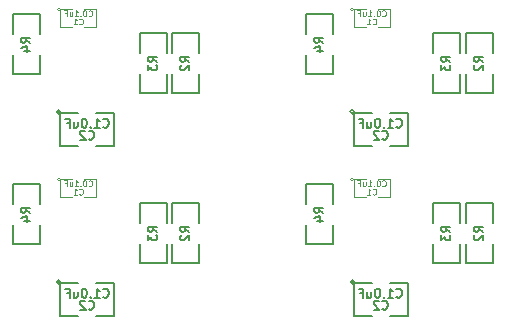
<source format=gbo>
G04 (created by PCBNEW (2013-may-18)-stable) date Сб 10 янв 2015 17:31:14*
%MOIN*%
G04 Gerber Fmt 3.4, Leading zero omitted, Abs format*
%FSLAX34Y34*%
G01*
G70*
G90*
G04 APERTURE LIST*
%ADD10C,0.00590551*%
%ADD11C,0.005*%
%ADD12C,0.0039*%
%ADD13C,0.0043*%
G04 APERTURE END LIST*
G54D10*
G54D11*
X3698Y-8342D02*
X2798Y-8342D01*
X2798Y-8342D02*
X2798Y-7692D01*
X3698Y-6992D02*
X3698Y-6342D01*
X3698Y-6342D02*
X2798Y-6342D01*
X2798Y-6342D02*
X2798Y-6992D01*
X3698Y-7692D02*
X3698Y-8342D01*
G54D12*
X4380Y-6176D02*
G75*
G03X4380Y-6176I-50J0D01*
G74*
G01*
X4780Y-6176D02*
X4380Y-6176D01*
X4380Y-6176D02*
X4380Y-6776D01*
X4380Y-6776D02*
X4780Y-6776D01*
X5180Y-6776D02*
X5580Y-6776D01*
X5580Y-6776D02*
X5580Y-6176D01*
X5580Y-6176D02*
X5180Y-6176D01*
G54D11*
X7030Y-6972D02*
X7930Y-6972D01*
X7930Y-6972D02*
X7930Y-7622D01*
X7030Y-8322D02*
X7030Y-8972D01*
X7030Y-8972D02*
X7930Y-8972D01*
X7930Y-8972D02*
X7930Y-8322D01*
X7030Y-7622D02*
X7030Y-6972D01*
X9012Y-8972D02*
X8112Y-8972D01*
X8112Y-8972D02*
X8112Y-8322D01*
X9012Y-7622D02*
X9012Y-6972D01*
X9012Y-6972D02*
X8112Y-6972D01*
X8112Y-6972D02*
X8112Y-7622D01*
X9012Y-8322D02*
X9012Y-8972D01*
X4396Y-9596D02*
G75*
G03X4396Y-9596I-70J0D01*
G74*
G01*
X4975Y-10746D02*
X4375Y-10746D01*
X4375Y-10746D02*
X4375Y-9646D01*
X4375Y-9646D02*
X4975Y-9646D01*
X5575Y-9646D02*
X6175Y-9646D01*
X6175Y-9646D02*
X6175Y-10746D01*
X6175Y-10746D02*
X5575Y-10746D01*
X14179Y-9596D02*
G75*
G03X14179Y-9596I-70J0D01*
G74*
G01*
X14759Y-10746D02*
X14159Y-10746D01*
X14159Y-10746D02*
X14159Y-9646D01*
X14159Y-9646D02*
X14759Y-9646D01*
X15359Y-9646D02*
X15959Y-9646D01*
X15959Y-9646D02*
X15959Y-10746D01*
X15959Y-10746D02*
X15359Y-10746D01*
X18796Y-8972D02*
X17896Y-8972D01*
X17896Y-8972D02*
X17896Y-8322D01*
X18796Y-7622D02*
X18796Y-6972D01*
X18796Y-6972D02*
X17896Y-6972D01*
X17896Y-6972D02*
X17896Y-7622D01*
X18796Y-8322D02*
X18796Y-8972D01*
X16813Y-6972D02*
X17713Y-6972D01*
X17713Y-6972D02*
X17713Y-7622D01*
X16813Y-8322D02*
X16813Y-8972D01*
X16813Y-8972D02*
X17713Y-8972D01*
X17713Y-8972D02*
X17713Y-8322D01*
X16813Y-7622D02*
X16813Y-6972D01*
G54D12*
X14163Y-6176D02*
G75*
G03X14163Y-6176I-50J0D01*
G74*
G01*
X14563Y-6176D02*
X14163Y-6176D01*
X14163Y-6176D02*
X14163Y-6776D01*
X14163Y-6776D02*
X14563Y-6776D01*
X14963Y-6776D02*
X15363Y-6776D01*
X15363Y-6776D02*
X15363Y-6176D01*
X15363Y-6176D02*
X14963Y-6176D01*
G54D11*
X13481Y-8342D02*
X12581Y-8342D01*
X12581Y-8342D02*
X12581Y-7692D01*
X13481Y-6992D02*
X13481Y-6342D01*
X13481Y-6342D02*
X12581Y-6342D01*
X12581Y-6342D02*
X12581Y-6992D01*
X13481Y-7692D02*
X13481Y-8342D01*
X13481Y-2673D02*
X12581Y-2673D01*
X12581Y-2673D02*
X12581Y-2023D01*
X13481Y-1323D02*
X13481Y-673D01*
X13481Y-673D02*
X12581Y-673D01*
X12581Y-673D02*
X12581Y-1323D01*
X13481Y-2023D02*
X13481Y-2673D01*
G54D12*
X14163Y-507D02*
G75*
G03X14163Y-507I-50J0D01*
G74*
G01*
X14563Y-507D02*
X14163Y-507D01*
X14163Y-507D02*
X14163Y-1107D01*
X14163Y-1107D02*
X14563Y-1107D01*
X14963Y-1107D02*
X15363Y-1107D01*
X15363Y-1107D02*
X15363Y-507D01*
X15363Y-507D02*
X14963Y-507D01*
G54D11*
X16813Y-1303D02*
X17713Y-1303D01*
X17713Y-1303D02*
X17713Y-1953D01*
X16813Y-2653D02*
X16813Y-3303D01*
X16813Y-3303D02*
X17713Y-3303D01*
X17713Y-3303D02*
X17713Y-2653D01*
X16813Y-1953D02*
X16813Y-1303D01*
X18796Y-3303D02*
X17896Y-3303D01*
X17896Y-3303D02*
X17896Y-2653D01*
X18796Y-1953D02*
X18796Y-1303D01*
X18796Y-1303D02*
X17896Y-1303D01*
X17896Y-1303D02*
X17896Y-1953D01*
X18796Y-2653D02*
X18796Y-3303D01*
X14179Y-3927D02*
G75*
G03X14179Y-3927I-70J0D01*
G74*
G01*
X14759Y-5077D02*
X14159Y-5077D01*
X14159Y-5077D02*
X14159Y-3977D01*
X14159Y-3977D02*
X14759Y-3977D01*
X15359Y-3977D02*
X15959Y-3977D01*
X15959Y-3977D02*
X15959Y-5077D01*
X15959Y-5077D02*
X15359Y-5077D01*
X4396Y-3927D02*
G75*
G03X4396Y-3927I-70J0D01*
G74*
G01*
X4975Y-5077D02*
X4375Y-5077D01*
X4375Y-5077D02*
X4375Y-3977D01*
X4375Y-3977D02*
X4975Y-3977D01*
X5575Y-3977D02*
X6175Y-3977D01*
X6175Y-3977D02*
X6175Y-5077D01*
X6175Y-5077D02*
X5575Y-5077D01*
X9012Y-3303D02*
X8112Y-3303D01*
X8112Y-3303D02*
X8112Y-2653D01*
X9012Y-1953D02*
X9012Y-1303D01*
X9012Y-1303D02*
X8112Y-1303D01*
X8112Y-1303D02*
X8112Y-1953D01*
X9012Y-2653D02*
X9012Y-3303D01*
X7030Y-1303D02*
X7930Y-1303D01*
X7930Y-1303D02*
X7930Y-1953D01*
X7030Y-2653D02*
X7030Y-3303D01*
X7030Y-3303D02*
X7930Y-3303D01*
X7930Y-3303D02*
X7930Y-2653D01*
X7030Y-1953D02*
X7030Y-1303D01*
G54D12*
X4380Y-507D02*
G75*
G03X4380Y-507I-50J0D01*
G74*
G01*
X4780Y-507D02*
X4380Y-507D01*
X4380Y-507D02*
X4380Y-1107D01*
X4380Y-1107D02*
X4780Y-1107D01*
X5180Y-1107D02*
X5580Y-1107D01*
X5580Y-1107D02*
X5580Y-507D01*
X5580Y-507D02*
X5180Y-507D01*
G54D11*
X3698Y-2673D02*
X2798Y-2673D01*
X2798Y-2673D02*
X2798Y-2023D01*
X3698Y-1323D02*
X3698Y-673D01*
X3698Y-673D02*
X2798Y-673D01*
X2798Y-673D02*
X2798Y-1323D01*
X3698Y-2023D02*
X3698Y-2673D01*
X3369Y-7292D02*
X3226Y-7192D01*
X3369Y-7121D02*
X3069Y-7121D01*
X3069Y-7235D01*
X3083Y-7263D01*
X3098Y-7278D01*
X3126Y-7292D01*
X3169Y-7292D01*
X3198Y-7278D01*
X3212Y-7263D01*
X3226Y-7235D01*
X3226Y-7121D01*
X3169Y-7549D02*
X3369Y-7549D01*
X3055Y-7478D02*
X3269Y-7406D01*
X3269Y-7592D01*
G54D13*
X5013Y-6662D02*
X5022Y-6671D01*
X5050Y-6681D01*
X5069Y-6681D01*
X5097Y-6671D01*
X5116Y-6652D01*
X5125Y-6634D01*
X5135Y-6596D01*
X5135Y-6568D01*
X5125Y-6531D01*
X5116Y-6512D01*
X5097Y-6493D01*
X5069Y-6484D01*
X5050Y-6484D01*
X5022Y-6493D01*
X5013Y-6502D01*
X4825Y-6681D02*
X4938Y-6681D01*
X4881Y-6681D02*
X4881Y-6484D01*
X4900Y-6512D01*
X4919Y-6531D01*
X4938Y-6540D01*
X5327Y-6387D02*
X5336Y-6396D01*
X5364Y-6406D01*
X5383Y-6406D01*
X5411Y-6396D01*
X5430Y-6377D01*
X5439Y-6359D01*
X5449Y-6321D01*
X5449Y-6293D01*
X5439Y-6256D01*
X5430Y-6237D01*
X5411Y-6218D01*
X5383Y-6209D01*
X5364Y-6209D01*
X5336Y-6218D01*
X5327Y-6227D01*
X5205Y-6209D02*
X5186Y-6209D01*
X5167Y-6218D01*
X5158Y-6227D01*
X5149Y-6246D01*
X5139Y-6284D01*
X5139Y-6331D01*
X5149Y-6368D01*
X5158Y-6387D01*
X5167Y-6396D01*
X5186Y-6406D01*
X5205Y-6406D01*
X5224Y-6396D01*
X5233Y-6387D01*
X5242Y-6368D01*
X5252Y-6331D01*
X5252Y-6284D01*
X5242Y-6246D01*
X5233Y-6227D01*
X5224Y-6218D01*
X5205Y-6209D01*
X5055Y-6387D02*
X5045Y-6396D01*
X5055Y-6406D01*
X5064Y-6396D01*
X5055Y-6387D01*
X5055Y-6406D01*
X4858Y-6406D02*
X4970Y-6406D01*
X4914Y-6406D02*
X4914Y-6209D01*
X4933Y-6237D01*
X4952Y-6256D01*
X4970Y-6265D01*
X4689Y-6274D02*
X4689Y-6406D01*
X4773Y-6274D02*
X4773Y-6377D01*
X4764Y-6396D01*
X4745Y-6406D01*
X4717Y-6406D01*
X4698Y-6396D01*
X4689Y-6387D01*
X4530Y-6302D02*
X4595Y-6302D01*
X4595Y-6406D02*
X4595Y-6209D01*
X4501Y-6209D01*
G54D11*
X7601Y-7922D02*
X7458Y-7822D01*
X7601Y-7751D02*
X7301Y-7751D01*
X7301Y-7865D01*
X7316Y-7893D01*
X7330Y-7908D01*
X7358Y-7922D01*
X7401Y-7922D01*
X7430Y-7908D01*
X7444Y-7893D01*
X7458Y-7865D01*
X7458Y-7751D01*
X7301Y-8022D02*
X7301Y-8208D01*
X7416Y-8108D01*
X7416Y-8151D01*
X7430Y-8179D01*
X7444Y-8193D01*
X7473Y-8208D01*
X7544Y-8208D01*
X7573Y-8193D01*
X7587Y-8179D01*
X7601Y-8151D01*
X7601Y-8065D01*
X7587Y-8036D01*
X7573Y-8022D01*
X8684Y-7922D02*
X8541Y-7822D01*
X8684Y-7751D02*
X8384Y-7751D01*
X8384Y-7865D01*
X8398Y-7893D01*
X8412Y-7908D01*
X8441Y-7922D01*
X8484Y-7922D01*
X8512Y-7908D01*
X8527Y-7893D01*
X8541Y-7865D01*
X8541Y-7751D01*
X8412Y-8036D02*
X8398Y-8051D01*
X8384Y-8079D01*
X8384Y-8151D01*
X8398Y-8179D01*
X8412Y-8193D01*
X8441Y-8208D01*
X8470Y-8208D01*
X8512Y-8193D01*
X8684Y-8022D01*
X8684Y-8208D01*
X5325Y-10489D02*
X5339Y-10503D01*
X5382Y-10518D01*
X5411Y-10518D01*
X5454Y-10503D01*
X5482Y-10475D01*
X5497Y-10446D01*
X5511Y-10389D01*
X5511Y-10346D01*
X5497Y-10289D01*
X5482Y-10261D01*
X5454Y-10232D01*
X5411Y-10218D01*
X5382Y-10218D01*
X5339Y-10232D01*
X5325Y-10246D01*
X5211Y-10246D02*
X5197Y-10232D01*
X5168Y-10218D01*
X5097Y-10218D01*
X5068Y-10232D01*
X5054Y-10246D01*
X5039Y-10275D01*
X5039Y-10303D01*
X5054Y-10346D01*
X5225Y-10518D01*
X5039Y-10518D01*
X5804Y-10089D02*
X5818Y-10103D01*
X5861Y-10118D01*
X5889Y-10118D01*
X5932Y-10103D01*
X5961Y-10075D01*
X5975Y-10046D01*
X5989Y-9989D01*
X5989Y-9946D01*
X5975Y-9889D01*
X5961Y-9861D01*
X5932Y-9832D01*
X5889Y-9818D01*
X5861Y-9818D01*
X5818Y-9832D01*
X5804Y-9846D01*
X5518Y-10118D02*
X5689Y-10118D01*
X5604Y-10118D02*
X5604Y-9818D01*
X5632Y-9861D01*
X5661Y-9889D01*
X5689Y-9903D01*
X5389Y-10089D02*
X5375Y-10103D01*
X5389Y-10118D01*
X5404Y-10103D01*
X5389Y-10089D01*
X5389Y-10118D01*
X5189Y-9818D02*
X5161Y-9818D01*
X5132Y-9832D01*
X5118Y-9846D01*
X5104Y-9875D01*
X5089Y-9932D01*
X5089Y-10003D01*
X5104Y-10061D01*
X5118Y-10089D01*
X5132Y-10103D01*
X5161Y-10118D01*
X5189Y-10118D01*
X5218Y-10103D01*
X5232Y-10089D01*
X5247Y-10061D01*
X5261Y-10003D01*
X5261Y-9932D01*
X5247Y-9875D01*
X5232Y-9846D01*
X5218Y-9832D01*
X5189Y-9818D01*
X4832Y-9918D02*
X4832Y-10118D01*
X4961Y-9918D02*
X4961Y-10075D01*
X4947Y-10103D01*
X4918Y-10118D01*
X4875Y-10118D01*
X4847Y-10103D01*
X4832Y-10089D01*
X4589Y-9961D02*
X4689Y-9961D01*
X4689Y-10118D02*
X4689Y-9818D01*
X4547Y-9818D01*
X15109Y-10489D02*
X15123Y-10503D01*
X15166Y-10518D01*
X15194Y-10518D01*
X15237Y-10503D01*
X15266Y-10475D01*
X15280Y-10446D01*
X15294Y-10389D01*
X15294Y-10346D01*
X15280Y-10289D01*
X15266Y-10261D01*
X15237Y-10232D01*
X15194Y-10218D01*
X15166Y-10218D01*
X15123Y-10232D01*
X15109Y-10246D01*
X14994Y-10246D02*
X14980Y-10232D01*
X14951Y-10218D01*
X14880Y-10218D01*
X14851Y-10232D01*
X14837Y-10246D01*
X14823Y-10275D01*
X14823Y-10303D01*
X14837Y-10346D01*
X15009Y-10518D01*
X14823Y-10518D01*
X15587Y-10089D02*
X15601Y-10103D01*
X15644Y-10118D01*
X15673Y-10118D01*
X15716Y-10103D01*
X15744Y-10075D01*
X15759Y-10046D01*
X15773Y-9989D01*
X15773Y-9946D01*
X15759Y-9889D01*
X15744Y-9861D01*
X15716Y-9832D01*
X15673Y-9818D01*
X15644Y-9818D01*
X15601Y-9832D01*
X15587Y-9846D01*
X15301Y-10118D02*
X15473Y-10118D01*
X15387Y-10118D02*
X15387Y-9818D01*
X15416Y-9861D01*
X15444Y-9889D01*
X15473Y-9903D01*
X15173Y-10089D02*
X15159Y-10103D01*
X15173Y-10118D01*
X15187Y-10103D01*
X15173Y-10089D01*
X15173Y-10118D01*
X14973Y-9818D02*
X14944Y-9818D01*
X14916Y-9832D01*
X14901Y-9846D01*
X14887Y-9875D01*
X14873Y-9932D01*
X14873Y-10003D01*
X14887Y-10061D01*
X14901Y-10089D01*
X14916Y-10103D01*
X14944Y-10118D01*
X14973Y-10118D01*
X15001Y-10103D01*
X15016Y-10089D01*
X15030Y-10061D01*
X15044Y-10003D01*
X15044Y-9932D01*
X15030Y-9875D01*
X15016Y-9846D01*
X15001Y-9832D01*
X14973Y-9818D01*
X14616Y-9918D02*
X14616Y-10118D01*
X14744Y-9918D02*
X14744Y-10075D01*
X14730Y-10103D01*
X14701Y-10118D01*
X14659Y-10118D01*
X14630Y-10103D01*
X14616Y-10089D01*
X14373Y-9961D02*
X14473Y-9961D01*
X14473Y-10118D02*
X14473Y-9818D01*
X14330Y-9818D01*
X18467Y-7922D02*
X18325Y-7822D01*
X18467Y-7751D02*
X18167Y-7751D01*
X18167Y-7865D01*
X18182Y-7893D01*
X18196Y-7908D01*
X18225Y-7922D01*
X18267Y-7922D01*
X18296Y-7908D01*
X18310Y-7893D01*
X18325Y-7865D01*
X18325Y-7751D01*
X18196Y-8036D02*
X18182Y-8051D01*
X18167Y-8079D01*
X18167Y-8151D01*
X18182Y-8179D01*
X18196Y-8193D01*
X18225Y-8208D01*
X18253Y-8208D01*
X18296Y-8193D01*
X18467Y-8022D01*
X18467Y-8208D01*
X17385Y-7922D02*
X17242Y-7822D01*
X17385Y-7751D02*
X17085Y-7751D01*
X17085Y-7865D01*
X17099Y-7893D01*
X17113Y-7908D01*
X17142Y-7922D01*
X17185Y-7922D01*
X17213Y-7908D01*
X17228Y-7893D01*
X17242Y-7865D01*
X17242Y-7751D01*
X17085Y-8022D02*
X17085Y-8208D01*
X17199Y-8108D01*
X17199Y-8151D01*
X17213Y-8179D01*
X17228Y-8193D01*
X17256Y-8208D01*
X17328Y-8208D01*
X17356Y-8193D01*
X17370Y-8179D01*
X17385Y-8151D01*
X17385Y-8065D01*
X17370Y-8036D01*
X17356Y-8022D01*
G54D13*
X14796Y-6662D02*
X14805Y-6671D01*
X14834Y-6681D01*
X14852Y-6681D01*
X14881Y-6671D01*
X14899Y-6652D01*
X14909Y-6634D01*
X14918Y-6596D01*
X14918Y-6568D01*
X14909Y-6531D01*
X14899Y-6512D01*
X14881Y-6493D01*
X14852Y-6484D01*
X14834Y-6484D01*
X14805Y-6493D01*
X14796Y-6502D01*
X14608Y-6681D02*
X14721Y-6681D01*
X14665Y-6681D02*
X14665Y-6484D01*
X14684Y-6512D01*
X14702Y-6531D01*
X14721Y-6540D01*
X15110Y-6387D02*
X15120Y-6396D01*
X15148Y-6406D01*
X15167Y-6406D01*
X15195Y-6396D01*
X15214Y-6377D01*
X15223Y-6359D01*
X15232Y-6321D01*
X15232Y-6293D01*
X15223Y-6256D01*
X15214Y-6237D01*
X15195Y-6218D01*
X15167Y-6209D01*
X15148Y-6209D01*
X15120Y-6218D01*
X15110Y-6227D01*
X14988Y-6209D02*
X14970Y-6209D01*
X14951Y-6218D01*
X14942Y-6227D01*
X14932Y-6246D01*
X14923Y-6284D01*
X14923Y-6331D01*
X14932Y-6368D01*
X14942Y-6387D01*
X14951Y-6396D01*
X14970Y-6406D01*
X14988Y-6406D01*
X15007Y-6396D01*
X15017Y-6387D01*
X15026Y-6368D01*
X15035Y-6331D01*
X15035Y-6284D01*
X15026Y-6246D01*
X15017Y-6227D01*
X15007Y-6218D01*
X14988Y-6209D01*
X14838Y-6387D02*
X14829Y-6396D01*
X14838Y-6406D01*
X14848Y-6396D01*
X14838Y-6387D01*
X14838Y-6406D01*
X14641Y-6406D02*
X14754Y-6406D01*
X14698Y-6406D02*
X14698Y-6209D01*
X14716Y-6237D01*
X14735Y-6256D01*
X14754Y-6265D01*
X14472Y-6274D02*
X14472Y-6406D01*
X14557Y-6274D02*
X14557Y-6377D01*
X14548Y-6396D01*
X14529Y-6406D01*
X14501Y-6406D01*
X14482Y-6396D01*
X14472Y-6387D01*
X14313Y-6302D02*
X14379Y-6302D01*
X14379Y-6406D02*
X14379Y-6209D01*
X14285Y-6209D01*
G54D11*
X13152Y-7292D02*
X13010Y-7192D01*
X13152Y-7121D02*
X12852Y-7121D01*
X12852Y-7235D01*
X12867Y-7263D01*
X12881Y-7278D01*
X12910Y-7292D01*
X12952Y-7292D01*
X12981Y-7278D01*
X12995Y-7263D01*
X13010Y-7235D01*
X13010Y-7121D01*
X12952Y-7549D02*
X13152Y-7549D01*
X12838Y-7478D02*
X13052Y-7406D01*
X13052Y-7592D01*
X13152Y-1623D02*
X13010Y-1523D01*
X13152Y-1451D02*
X12852Y-1451D01*
X12852Y-1566D01*
X12867Y-1594D01*
X12881Y-1608D01*
X12910Y-1623D01*
X12952Y-1623D01*
X12981Y-1608D01*
X12995Y-1594D01*
X13010Y-1566D01*
X13010Y-1451D01*
X12952Y-1880D02*
X13152Y-1880D01*
X12838Y-1808D02*
X13052Y-1737D01*
X13052Y-1923D01*
G54D13*
X14796Y-993D02*
X14805Y-1002D01*
X14834Y-1011D01*
X14852Y-1011D01*
X14881Y-1002D01*
X14899Y-983D01*
X14909Y-964D01*
X14918Y-927D01*
X14918Y-899D01*
X14909Y-861D01*
X14899Y-842D01*
X14881Y-824D01*
X14852Y-814D01*
X14834Y-814D01*
X14805Y-824D01*
X14796Y-833D01*
X14608Y-1011D02*
X14721Y-1011D01*
X14665Y-1011D02*
X14665Y-814D01*
X14684Y-842D01*
X14702Y-861D01*
X14721Y-871D01*
X15110Y-718D02*
X15120Y-727D01*
X15148Y-736D01*
X15167Y-736D01*
X15195Y-727D01*
X15214Y-708D01*
X15223Y-689D01*
X15232Y-652D01*
X15232Y-624D01*
X15223Y-586D01*
X15214Y-567D01*
X15195Y-549D01*
X15167Y-539D01*
X15148Y-539D01*
X15120Y-549D01*
X15110Y-558D01*
X14988Y-539D02*
X14970Y-539D01*
X14951Y-549D01*
X14942Y-558D01*
X14932Y-577D01*
X14923Y-614D01*
X14923Y-661D01*
X14932Y-699D01*
X14942Y-718D01*
X14951Y-727D01*
X14970Y-736D01*
X14988Y-736D01*
X15007Y-727D01*
X15017Y-718D01*
X15026Y-699D01*
X15035Y-661D01*
X15035Y-614D01*
X15026Y-577D01*
X15017Y-558D01*
X15007Y-549D01*
X14988Y-539D01*
X14838Y-718D02*
X14829Y-727D01*
X14838Y-736D01*
X14848Y-727D01*
X14838Y-718D01*
X14838Y-736D01*
X14641Y-736D02*
X14754Y-736D01*
X14698Y-736D02*
X14698Y-539D01*
X14716Y-567D01*
X14735Y-586D01*
X14754Y-596D01*
X14472Y-605D02*
X14472Y-736D01*
X14557Y-605D02*
X14557Y-708D01*
X14548Y-727D01*
X14529Y-736D01*
X14501Y-736D01*
X14482Y-727D01*
X14472Y-718D01*
X14313Y-633D02*
X14379Y-633D01*
X14379Y-736D02*
X14379Y-539D01*
X14285Y-539D01*
G54D11*
X17385Y-2253D02*
X17242Y-2153D01*
X17385Y-2081D02*
X17085Y-2081D01*
X17085Y-2196D01*
X17099Y-2224D01*
X17113Y-2238D01*
X17142Y-2253D01*
X17185Y-2253D01*
X17213Y-2238D01*
X17228Y-2224D01*
X17242Y-2196D01*
X17242Y-2081D01*
X17085Y-2353D02*
X17085Y-2538D01*
X17199Y-2438D01*
X17199Y-2481D01*
X17213Y-2510D01*
X17228Y-2524D01*
X17256Y-2538D01*
X17328Y-2538D01*
X17356Y-2524D01*
X17370Y-2510D01*
X17385Y-2481D01*
X17385Y-2396D01*
X17370Y-2367D01*
X17356Y-2353D01*
X18467Y-2253D02*
X18325Y-2153D01*
X18467Y-2081D02*
X18167Y-2081D01*
X18167Y-2196D01*
X18182Y-2224D01*
X18196Y-2238D01*
X18225Y-2253D01*
X18267Y-2253D01*
X18296Y-2238D01*
X18310Y-2224D01*
X18325Y-2196D01*
X18325Y-2081D01*
X18196Y-2367D02*
X18182Y-2381D01*
X18167Y-2410D01*
X18167Y-2481D01*
X18182Y-2510D01*
X18196Y-2524D01*
X18225Y-2538D01*
X18253Y-2538D01*
X18296Y-2524D01*
X18467Y-2353D01*
X18467Y-2538D01*
X15109Y-4820D02*
X15123Y-4834D01*
X15166Y-4848D01*
X15194Y-4848D01*
X15237Y-4834D01*
X15266Y-4806D01*
X15280Y-4777D01*
X15294Y-4720D01*
X15294Y-4677D01*
X15280Y-4620D01*
X15266Y-4591D01*
X15237Y-4563D01*
X15194Y-4548D01*
X15166Y-4548D01*
X15123Y-4563D01*
X15109Y-4577D01*
X14994Y-4577D02*
X14980Y-4563D01*
X14951Y-4548D01*
X14880Y-4548D01*
X14851Y-4563D01*
X14837Y-4577D01*
X14823Y-4606D01*
X14823Y-4634D01*
X14837Y-4677D01*
X15009Y-4848D01*
X14823Y-4848D01*
X15587Y-4420D02*
X15601Y-4434D01*
X15644Y-4448D01*
X15673Y-4448D01*
X15716Y-4434D01*
X15744Y-4406D01*
X15759Y-4377D01*
X15773Y-4320D01*
X15773Y-4277D01*
X15759Y-4220D01*
X15744Y-4191D01*
X15716Y-4163D01*
X15673Y-4148D01*
X15644Y-4148D01*
X15601Y-4163D01*
X15587Y-4177D01*
X15301Y-4448D02*
X15473Y-4448D01*
X15387Y-4448D02*
X15387Y-4148D01*
X15416Y-4191D01*
X15444Y-4220D01*
X15473Y-4234D01*
X15173Y-4420D02*
X15159Y-4434D01*
X15173Y-4448D01*
X15187Y-4434D01*
X15173Y-4420D01*
X15173Y-4448D01*
X14973Y-4148D02*
X14944Y-4148D01*
X14916Y-4163D01*
X14901Y-4177D01*
X14887Y-4206D01*
X14873Y-4263D01*
X14873Y-4334D01*
X14887Y-4391D01*
X14901Y-4420D01*
X14916Y-4434D01*
X14944Y-4448D01*
X14973Y-4448D01*
X15001Y-4434D01*
X15016Y-4420D01*
X15030Y-4391D01*
X15044Y-4334D01*
X15044Y-4263D01*
X15030Y-4206D01*
X15016Y-4177D01*
X15001Y-4163D01*
X14973Y-4148D01*
X14616Y-4248D02*
X14616Y-4448D01*
X14744Y-4248D02*
X14744Y-4406D01*
X14730Y-4434D01*
X14701Y-4448D01*
X14659Y-4448D01*
X14630Y-4434D01*
X14616Y-4420D01*
X14373Y-4291D02*
X14473Y-4291D01*
X14473Y-4448D02*
X14473Y-4148D01*
X14330Y-4148D01*
X5325Y-4820D02*
X5339Y-4834D01*
X5382Y-4848D01*
X5411Y-4848D01*
X5454Y-4834D01*
X5482Y-4806D01*
X5497Y-4777D01*
X5511Y-4720D01*
X5511Y-4677D01*
X5497Y-4620D01*
X5482Y-4591D01*
X5454Y-4563D01*
X5411Y-4548D01*
X5382Y-4548D01*
X5339Y-4563D01*
X5325Y-4577D01*
X5211Y-4577D02*
X5197Y-4563D01*
X5168Y-4548D01*
X5097Y-4548D01*
X5068Y-4563D01*
X5054Y-4577D01*
X5039Y-4606D01*
X5039Y-4634D01*
X5054Y-4677D01*
X5225Y-4848D01*
X5039Y-4848D01*
X5804Y-4420D02*
X5818Y-4434D01*
X5861Y-4448D01*
X5889Y-4448D01*
X5932Y-4434D01*
X5961Y-4406D01*
X5975Y-4377D01*
X5989Y-4320D01*
X5989Y-4277D01*
X5975Y-4220D01*
X5961Y-4191D01*
X5932Y-4163D01*
X5889Y-4148D01*
X5861Y-4148D01*
X5818Y-4163D01*
X5804Y-4177D01*
X5518Y-4448D02*
X5689Y-4448D01*
X5604Y-4448D02*
X5604Y-4148D01*
X5632Y-4191D01*
X5661Y-4220D01*
X5689Y-4234D01*
X5389Y-4420D02*
X5375Y-4434D01*
X5389Y-4448D01*
X5404Y-4434D01*
X5389Y-4420D01*
X5389Y-4448D01*
X5189Y-4148D02*
X5161Y-4148D01*
X5132Y-4163D01*
X5118Y-4177D01*
X5104Y-4206D01*
X5089Y-4263D01*
X5089Y-4334D01*
X5104Y-4391D01*
X5118Y-4420D01*
X5132Y-4434D01*
X5161Y-4448D01*
X5189Y-4448D01*
X5218Y-4434D01*
X5232Y-4420D01*
X5247Y-4391D01*
X5261Y-4334D01*
X5261Y-4263D01*
X5247Y-4206D01*
X5232Y-4177D01*
X5218Y-4163D01*
X5189Y-4148D01*
X4832Y-4248D02*
X4832Y-4448D01*
X4961Y-4248D02*
X4961Y-4406D01*
X4947Y-4434D01*
X4918Y-4448D01*
X4875Y-4448D01*
X4847Y-4434D01*
X4832Y-4420D01*
X4589Y-4291D02*
X4689Y-4291D01*
X4689Y-4448D02*
X4689Y-4148D01*
X4547Y-4148D01*
X8684Y-2253D02*
X8541Y-2153D01*
X8684Y-2081D02*
X8384Y-2081D01*
X8384Y-2196D01*
X8398Y-2224D01*
X8412Y-2238D01*
X8441Y-2253D01*
X8484Y-2253D01*
X8512Y-2238D01*
X8527Y-2224D01*
X8541Y-2196D01*
X8541Y-2081D01*
X8412Y-2367D02*
X8398Y-2381D01*
X8384Y-2410D01*
X8384Y-2481D01*
X8398Y-2510D01*
X8412Y-2524D01*
X8441Y-2538D01*
X8470Y-2538D01*
X8512Y-2524D01*
X8684Y-2353D01*
X8684Y-2538D01*
X7601Y-2253D02*
X7458Y-2153D01*
X7601Y-2081D02*
X7301Y-2081D01*
X7301Y-2196D01*
X7316Y-2224D01*
X7330Y-2238D01*
X7358Y-2253D01*
X7401Y-2253D01*
X7430Y-2238D01*
X7444Y-2224D01*
X7458Y-2196D01*
X7458Y-2081D01*
X7301Y-2353D02*
X7301Y-2538D01*
X7416Y-2438D01*
X7416Y-2481D01*
X7430Y-2510D01*
X7444Y-2524D01*
X7473Y-2538D01*
X7544Y-2538D01*
X7573Y-2524D01*
X7587Y-2510D01*
X7601Y-2481D01*
X7601Y-2396D01*
X7587Y-2367D01*
X7573Y-2353D01*
G54D13*
X5013Y-993D02*
X5022Y-1002D01*
X5050Y-1011D01*
X5069Y-1011D01*
X5097Y-1002D01*
X5116Y-983D01*
X5125Y-964D01*
X5135Y-927D01*
X5135Y-899D01*
X5125Y-861D01*
X5116Y-842D01*
X5097Y-824D01*
X5069Y-814D01*
X5050Y-814D01*
X5022Y-824D01*
X5013Y-833D01*
X4825Y-1011D02*
X4938Y-1011D01*
X4881Y-1011D02*
X4881Y-814D01*
X4900Y-842D01*
X4919Y-861D01*
X4938Y-871D01*
X5327Y-718D02*
X5336Y-727D01*
X5364Y-736D01*
X5383Y-736D01*
X5411Y-727D01*
X5430Y-708D01*
X5439Y-689D01*
X5449Y-652D01*
X5449Y-624D01*
X5439Y-586D01*
X5430Y-567D01*
X5411Y-549D01*
X5383Y-539D01*
X5364Y-539D01*
X5336Y-549D01*
X5327Y-558D01*
X5205Y-539D02*
X5186Y-539D01*
X5167Y-549D01*
X5158Y-558D01*
X5149Y-577D01*
X5139Y-614D01*
X5139Y-661D01*
X5149Y-699D01*
X5158Y-718D01*
X5167Y-727D01*
X5186Y-736D01*
X5205Y-736D01*
X5224Y-727D01*
X5233Y-718D01*
X5242Y-699D01*
X5252Y-661D01*
X5252Y-614D01*
X5242Y-577D01*
X5233Y-558D01*
X5224Y-549D01*
X5205Y-539D01*
X5055Y-718D02*
X5045Y-727D01*
X5055Y-736D01*
X5064Y-727D01*
X5055Y-718D01*
X5055Y-736D01*
X4858Y-736D02*
X4970Y-736D01*
X4914Y-736D02*
X4914Y-539D01*
X4933Y-567D01*
X4952Y-586D01*
X4970Y-596D01*
X4689Y-605D02*
X4689Y-736D01*
X4773Y-605D02*
X4773Y-708D01*
X4764Y-727D01*
X4745Y-736D01*
X4717Y-736D01*
X4698Y-727D01*
X4689Y-718D01*
X4530Y-633D02*
X4595Y-633D01*
X4595Y-736D02*
X4595Y-539D01*
X4501Y-539D01*
G54D11*
X3369Y-1623D02*
X3226Y-1523D01*
X3369Y-1451D02*
X3069Y-1451D01*
X3069Y-1566D01*
X3083Y-1594D01*
X3098Y-1608D01*
X3126Y-1623D01*
X3169Y-1623D01*
X3198Y-1608D01*
X3212Y-1594D01*
X3226Y-1566D01*
X3226Y-1451D01*
X3169Y-1880D02*
X3369Y-1880D01*
X3055Y-1808D02*
X3269Y-1737D01*
X3269Y-1923D01*
M02*

</source>
